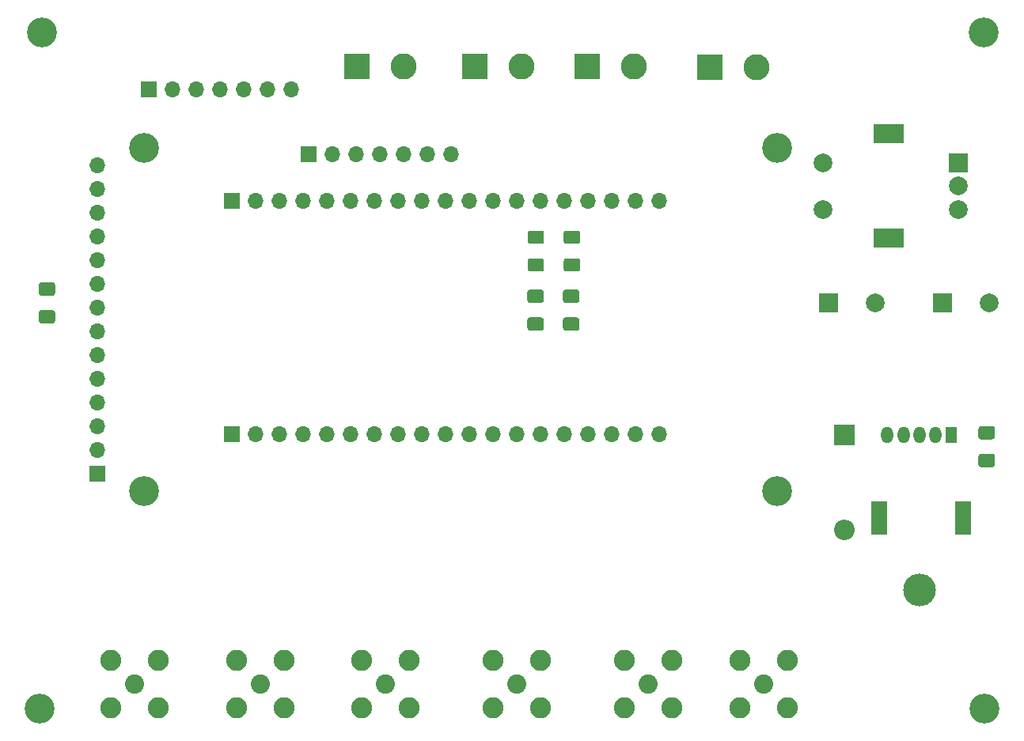
<source format=gbr>
G04 #@! TF.GenerationSoftware,KiCad,Pcbnew,(5.1.8)-1*
G04 #@! TF.CreationDate,2021-01-05T15:25:35+01:00*
G04 #@! TF.ProjectId,vfo-pcb,76666f2d-7063-4622-9e6b-696361645f70,rev?*
G04 #@! TF.SameCoordinates,Original*
G04 #@! TF.FileFunction,Soldermask,Bot*
G04 #@! TF.FilePolarity,Negative*
%FSLAX46Y46*%
G04 Gerber Fmt 4.6, Leading zero omitted, Abs format (unit mm)*
G04 Created by KiCad (PCBNEW (5.1.8)-1) date 2021-01-05 15:25:35*
%MOMM*%
%LPD*%
G01*
G04 APERTURE LIST*
%ADD10O,1.275000X1.800000*%
%ADD11R,1.275000X1.800000*%
%ADD12O,3.500000X3.500000*%
%ADD13R,1.800000X3.600000*%
%ADD14O,2.200000X2.200000*%
%ADD15R,2.200000X2.200000*%
%ADD16C,2.000000*%
%ADD17R,2.000000X2.000000*%
%ADD18C,3.200000*%
%ADD19R,1.700000X1.700000*%
%ADD20O,1.700000X1.700000*%
%ADD21R,2.800000X2.800000*%
%ADD22C,2.800000*%
%ADD23R,3.200000X2.000000*%
%ADD24C,2.050000*%
%ADD25C,2.250000*%
G04 APERTURE END LIST*
G36*
G01*
X98435000Y-83525000D02*
X99685000Y-83525000D01*
G75*
G02*
X99935000Y-83775000I0J-250000D01*
G01*
X99935000Y-84700000D01*
G75*
G02*
X99685000Y-84950000I-250000J0D01*
G01*
X98435000Y-84950000D01*
G75*
G02*
X98185000Y-84700000I0J250000D01*
G01*
X98185000Y-83775000D01*
G75*
G02*
X98435000Y-83525000I250000J0D01*
G01*
G37*
G36*
G01*
X98435000Y-86500000D02*
X99685000Y-86500000D01*
G75*
G02*
X99935000Y-86750000I0J-250000D01*
G01*
X99935000Y-87675000D01*
G75*
G02*
X99685000Y-87925000I-250000J0D01*
G01*
X98435000Y-87925000D01*
G75*
G02*
X98185000Y-87675000I0J250000D01*
G01*
X98185000Y-86750000D01*
G75*
G02*
X98435000Y-86500000I250000J0D01*
G01*
G37*
G36*
G01*
X146695000Y-98130000D02*
X147945000Y-98130000D01*
G75*
G02*
X148195000Y-98380000I0J-250000D01*
G01*
X148195000Y-99305000D01*
G75*
G02*
X147945000Y-99555000I-250000J0D01*
G01*
X146695000Y-99555000D01*
G75*
G02*
X146445000Y-99305000I0J250000D01*
G01*
X146445000Y-98380000D01*
G75*
G02*
X146695000Y-98130000I250000J0D01*
G01*
G37*
G36*
G01*
X146695000Y-101105000D02*
X147945000Y-101105000D01*
G75*
G02*
X148195000Y-101355000I0J-250000D01*
G01*
X148195000Y-102280000D01*
G75*
G02*
X147945000Y-102530000I-250000J0D01*
G01*
X146695000Y-102530000D01*
G75*
G02*
X146445000Y-102280000I0J250000D01*
G01*
X146445000Y-101355000D01*
G75*
G02*
X146695000Y-101105000I250000J0D01*
G01*
G37*
D10*
X136710000Y-99060000D03*
X138410000Y-99060000D03*
X140110000Y-99060000D03*
X141810000Y-99060000D03*
D11*
X143510000Y-99060000D03*
D12*
X140110000Y-115720000D03*
D13*
X144835000Y-107950000D03*
X135835000Y-107950000D03*
D14*
X132080000Y-109220000D03*
D15*
X132080000Y-99060000D03*
D16*
X147610000Y-84980000D03*
D17*
X142610000Y-84980000D03*
D16*
X135390000Y-84980000D03*
D17*
X130390000Y-84980000D03*
D18*
X147005040Y-56022240D03*
X45968920Y-128361440D03*
X46248320Y-56022240D03*
X147096480Y-128361440D03*
X57171360Y-105094520D03*
X124871360Y-105094520D03*
X124871360Y-68374520D03*
X57171360Y-68374520D03*
D19*
X57713880Y-62047120D03*
D20*
X60253880Y-62047120D03*
X62793880Y-62047120D03*
X65333880Y-62047120D03*
X67873880Y-62047120D03*
X70413880Y-62047120D03*
X72953880Y-62047120D03*
X112323880Y-98983800D03*
X109783880Y-98983800D03*
X107243880Y-98983800D03*
X104703880Y-98983800D03*
X102163880Y-98983800D03*
X99623880Y-98983800D03*
X97083880Y-98983800D03*
X94543880Y-98983800D03*
X92003880Y-98983800D03*
X89463880Y-98983800D03*
X86923880Y-98983800D03*
X84383880Y-98983800D03*
X81843880Y-98983800D03*
X79303880Y-98983800D03*
X76763880Y-98983800D03*
X74223880Y-98983800D03*
X71683880Y-98983800D03*
X69143880Y-98983800D03*
D19*
X66603880Y-98983800D03*
X66603880Y-73983800D03*
D20*
X69143880Y-73983800D03*
X71683880Y-73983800D03*
X74223880Y-73983800D03*
X76763880Y-73983800D03*
X79303880Y-73983800D03*
X81843880Y-73983800D03*
X84383880Y-73983800D03*
X86923880Y-73983800D03*
X89463880Y-73983800D03*
X92003880Y-73983800D03*
X94543880Y-73983800D03*
X97083880Y-73983800D03*
X99623880Y-73983800D03*
X102163880Y-73983800D03*
X104703880Y-73983800D03*
X107243880Y-73983800D03*
X109783880Y-73983800D03*
X112323880Y-73983800D03*
D21*
X104546400Y-59598560D03*
D22*
X109546400Y-59598560D03*
X84908400Y-59598560D03*
D21*
X79908400Y-59598560D03*
D19*
X52161440Y-103235760D03*
D20*
X52161440Y-100695760D03*
X52161440Y-98155760D03*
X52161440Y-95615760D03*
X52161440Y-93075760D03*
X52161440Y-90535760D03*
X52161440Y-87995760D03*
X52161440Y-85455760D03*
X52161440Y-82915760D03*
X52161440Y-80375760D03*
X52161440Y-77835760D03*
X52161440Y-75295760D03*
X52161440Y-72755760D03*
X52161440Y-70215760D03*
D17*
X144327880Y-69936360D03*
D16*
X144327880Y-72436360D03*
X144327880Y-74936360D03*
D23*
X136827880Y-66836360D03*
X136827880Y-78036360D03*
D16*
X129827880Y-69936360D03*
X129827880Y-74936360D03*
D22*
X97572840Y-59598560D03*
D21*
X92572840Y-59598560D03*
X117698520Y-59700160D03*
D22*
X122698520Y-59700160D03*
D19*
X74792840Y-68991480D03*
D20*
X77332840Y-68991480D03*
X79872840Y-68991480D03*
X82412840Y-68991480D03*
X84952840Y-68991480D03*
X87492840Y-68991480D03*
X90032840Y-68991480D03*
G36*
G01*
X102245000Y-86500000D02*
X103495000Y-86500000D01*
G75*
G02*
X103745000Y-86750000I0J-250000D01*
G01*
X103745000Y-87675000D01*
G75*
G02*
X103495000Y-87925000I-250000J0D01*
G01*
X102245000Y-87925000D01*
G75*
G02*
X101995000Y-87675000I0J250000D01*
G01*
X101995000Y-86750000D01*
G75*
G02*
X102245000Y-86500000I250000J0D01*
G01*
G37*
G36*
G01*
X102245000Y-83525000D02*
X103495000Y-83525000D01*
G75*
G02*
X103745000Y-83775000I0J-250000D01*
G01*
X103745000Y-84700000D01*
G75*
G02*
X103495000Y-84950000I-250000J0D01*
G01*
X102245000Y-84950000D01*
G75*
G02*
X101995000Y-84700000I0J250000D01*
G01*
X101995000Y-83775000D01*
G75*
G02*
X102245000Y-83525000I250000J0D01*
G01*
G37*
G36*
G01*
X46156720Y-85727840D02*
X47406720Y-85727840D01*
G75*
G02*
X47656720Y-85977840I0J-250000D01*
G01*
X47656720Y-86902840D01*
G75*
G02*
X47406720Y-87152840I-250000J0D01*
G01*
X46156720Y-87152840D01*
G75*
G02*
X45906720Y-86902840I0J250000D01*
G01*
X45906720Y-85977840D01*
G75*
G02*
X46156720Y-85727840I250000J0D01*
G01*
G37*
G36*
G01*
X46156720Y-82752840D02*
X47406720Y-82752840D01*
G75*
G02*
X47656720Y-83002840I0J-250000D01*
G01*
X47656720Y-83927840D01*
G75*
G02*
X47406720Y-84177840I-250000J0D01*
G01*
X46156720Y-84177840D01*
G75*
G02*
X45906720Y-83927840I0J250000D01*
G01*
X45906720Y-83002840D01*
G75*
G02*
X46156720Y-82752840I250000J0D01*
G01*
G37*
G36*
G01*
X103581360Y-78625400D02*
X102331360Y-78625400D01*
G75*
G02*
X102081360Y-78375400I0J250000D01*
G01*
X102081360Y-77450400D01*
G75*
G02*
X102331360Y-77200400I250000J0D01*
G01*
X103581360Y-77200400D01*
G75*
G02*
X103831360Y-77450400I0J-250000D01*
G01*
X103831360Y-78375400D01*
G75*
G02*
X103581360Y-78625400I-250000J0D01*
G01*
G37*
G36*
G01*
X103581360Y-81600400D02*
X102331360Y-81600400D01*
G75*
G02*
X102081360Y-81350400I0J250000D01*
G01*
X102081360Y-80425400D01*
G75*
G02*
X102331360Y-80175400I250000J0D01*
G01*
X103581360Y-80175400D01*
G75*
G02*
X103831360Y-80425400I0J-250000D01*
G01*
X103831360Y-81350400D01*
G75*
G02*
X103581360Y-81600400I-250000J0D01*
G01*
G37*
G36*
G01*
X99710400Y-81600400D02*
X98460400Y-81600400D01*
G75*
G02*
X98210400Y-81350400I0J250000D01*
G01*
X98210400Y-80425400D01*
G75*
G02*
X98460400Y-80175400I250000J0D01*
G01*
X99710400Y-80175400D01*
G75*
G02*
X99960400Y-80425400I0J-250000D01*
G01*
X99960400Y-81350400D01*
G75*
G02*
X99710400Y-81600400I-250000J0D01*
G01*
G37*
G36*
G01*
X99710400Y-78625400D02*
X98460400Y-78625400D01*
G75*
G02*
X98210400Y-78375400I0J250000D01*
G01*
X98210400Y-77450400D01*
G75*
G02*
X98460400Y-77200400I250000J0D01*
G01*
X99710400Y-77200400D01*
G75*
G02*
X99960400Y-77450400I0J-250000D01*
G01*
X99960400Y-78375400D01*
G75*
G02*
X99710400Y-78625400I-250000J0D01*
G01*
G37*
D24*
X123489720Y-125712220D03*
D25*
X126029720Y-128252220D03*
X126029720Y-123172220D03*
X120949720Y-123172220D03*
X120949720Y-128252220D03*
D24*
X111114840Y-125712220D03*
D25*
X113654840Y-128252220D03*
X113654840Y-123172220D03*
X108574840Y-123172220D03*
X108574840Y-128252220D03*
D24*
X97025000Y-125750000D03*
D25*
X99565000Y-128290000D03*
X99565000Y-123210000D03*
X94485000Y-123210000D03*
X94485000Y-128290000D03*
X80465168Y-128252220D03*
X80465168Y-123172220D03*
X85545168Y-123172220D03*
X85545168Y-128252220D03*
D24*
X83005168Y-125712220D03*
D25*
X67044824Y-128252220D03*
X67044824Y-123172220D03*
X72124824Y-123172220D03*
X72124824Y-128252220D03*
D24*
X69584824Y-125712220D03*
D25*
X53604160Y-128252220D03*
X53604160Y-123172220D03*
X58684160Y-123172220D03*
X58684160Y-128252220D03*
D24*
X56144160Y-125712220D03*
M02*

</source>
